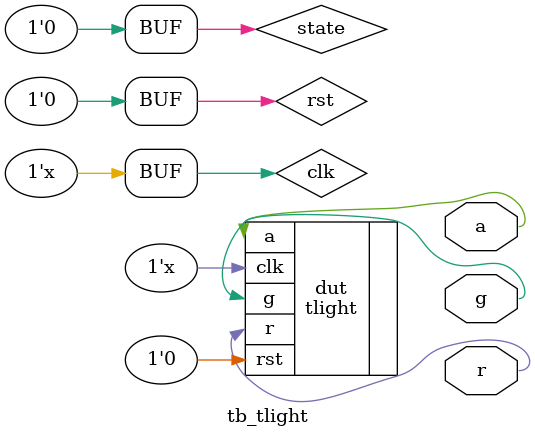
<source format=sv>
`timescale 1ns / 1ps

module tb_tlight(
  output r,
  output a,
  output g);

  logic clk;      // clock signal we are going to generate
  logic rst;
  logic state;
  //initial state = 0; 
                  // instantiate design under test (dut)
  tlight dut(.clk(clk), .rst(rst), .r(r), .a(a), .g(g));

  initial         // sequence of events to simulate
    begin
      state = 0;
      clk = 0;   // at time=0 set clock to zero
      rst = 1;
      #20 rst = 0;
    end

  always #5       // every five simulation units...
    clk <= !clk;  // ...invert the clock

                  // produce debug output on the negative edge of the clock
  always @(negedge clk)
    $display("time=%05d: (r,a,g) = (%1d,%1d,%1d)",
      $time,      // simulator time
      r, a, g);   // outputs to display: red, amber, green

endmodule // tb_tlight

</source>
